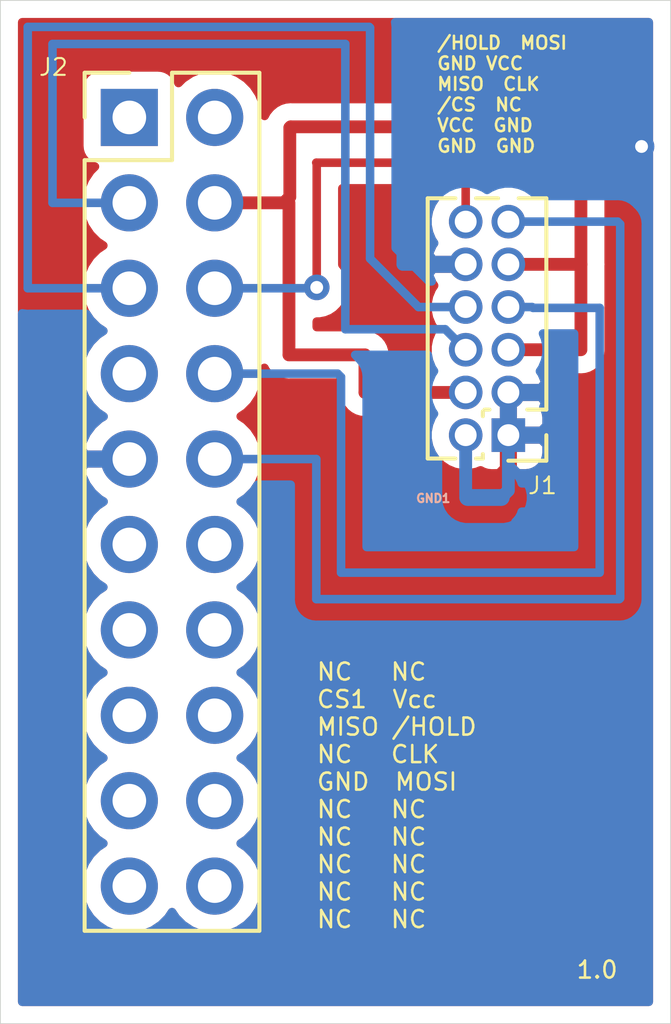
<source format=kicad_pcb>
(kicad_pcb (version 20171130) (host pcbnew 5.1.5+dfsg1-2build2)

  (general
    (thickness 1.6)
    (drawings 7)
    (tracks 59)
    (zones 0)
    (modules 3)
    (nets 22)
  )

  (page A4)
  (title_block
    (title Dediprog_2_UP)
    (date 2020-08-23)
    (rev v01)
    (comment 2 creativecommons.org/licenses/by/4.0)
    (comment 3 "License: CC BY 4.0")
    (comment 4 "Author: David Hendricks")
  )

  (layers
    (0 F.Cu signal hide)
    (31 B.Cu signal hide)
    (32 B.Adhes user)
    (33 F.Adhes user)
    (34 B.Paste user)
    (35 F.Paste user)
    (36 B.SilkS user)
    (37 F.SilkS user)
    (38 B.Mask user)
    (39 F.Mask user)
    (40 Dwgs.User user)
    (41 Cmts.User user)
    (42 Eco1.User user)
    (43 Eco2.User user)
    (44 Edge.Cuts user)
    (45 Margin user)
    (46 B.CrtYd user)
    (47 F.CrtYd user)
    (48 B.Fab user)
    (49 F.Fab user)
  )

  (setup
    (last_trace_width 0.254)
    (user_trace_width 0.1524)
    (user_trace_width 0.381)
    (trace_clearance 0.254)
    (zone_clearance 0.508)
    (zone_45_only no)
    (trace_min 0.1524)
    (via_size 0.762)
    (via_drill 0.381)
    (via_min_size 0.508)
    (via_min_drill 0.254)
    (uvia_size 0.508)
    (uvia_drill 0.254)
    (uvias_allowed no)
    (uvia_min_size 0.508)
    (uvia_min_drill 0.254)
    (edge_width 0.05)
    (segment_width 0.2)
    (pcb_text_width 0.3)
    (pcb_text_size 1.5 1.5)
    (mod_edge_width 0.12)
    (mod_text_size 1 1)
    (mod_text_width 0.15)
    (pad_size 1.524 1.524)
    (pad_drill 0.762)
    (pad_to_mask_clearance 0.0508)
    (solder_mask_min_width 0.1016)
    (aux_axis_origin 0 0)
    (visible_elements FFFFFF7F)
    (pcbplotparams
      (layerselection 0x010fc_ffffffff)
      (usegerberextensions true)
      (usegerberattributes false)
      (usegerberadvancedattributes false)
      (creategerberjobfile false)
      (excludeedgelayer true)
      (linewidth 0.100000)
      (plotframeref false)
      (viasonmask false)
      (mode 1)
      (useauxorigin false)
      (hpglpennumber 1)
      (hpglpenspeed 20)
      (hpglpendiameter 15.000000)
      (psnegative false)
      (psa4output false)
      (plotreference true)
      (plotvalue false)
      (plotinvisibletext false)
      (padsonsilk false)
      (subtractmaskfromsilk false)
      (outputformat 1)
      (mirror false)
      (drillshape 0)
      (scaleselection 1)
      (outputdirectory "/home/sc/src/up_dediprog_adapter/dediprog2up_v2/gerbers/"))
  )

  (net 0 "")
  (net 1 GND)
  (net 2 /CLK)
  (net 3 /MISO)
  (net 4 /MOSI)
  (net 5 "Net-(GND1-Pad1)")
  (net 6 "Net-(J2-Pad1)")
  (net 7 "Net-(J2-Pad2)")
  (net 8 "Net-(J2-Pad11)")
  (net 9 "Net-(J2-Pad12)")
  (net 10 "Net-(J2-Pad13)")
  (net 11 "Net-(J2-Pad14)")
  (net 12 "Net-(J2-Pad15)")
  (net 13 "Net-(J2-Pad16)")
  (net 14 "Net-(J2-Pad17)")
  (net 15 "Net-(J2-Pad18)")
  (net 16 "Net-(J2-Pad19)")
  (net 17 "Net-(J2-Pad20)")
  (net 18 /VCC)
  (net 19 /#HOLD)
  (net 20 "Net-(J2-Pad7)")
  (net 21 /CS#)

  (net_class Default "This is the default net class."
    (clearance 0.254)
    (trace_width 0.254)
    (via_dia 0.762)
    (via_drill 0.381)
    (uvia_dia 0.508)
    (uvia_drill 0.254)
    (add_net /#HOLD)
    (add_net /CLK)
    (add_net /CS#)
    (add_net /MISO)
    (add_net /MOSI)
    (add_net /VCC)
    (add_net GND)
    (add_net "Net-(GND1-Pad1)")
    (add_net "Net-(J2-Pad1)")
    (add_net "Net-(J2-Pad11)")
    (add_net "Net-(J2-Pad12)")
    (add_net "Net-(J2-Pad13)")
    (add_net "Net-(J2-Pad14)")
    (add_net "Net-(J2-Pad15)")
    (add_net "Net-(J2-Pad16)")
    (add_net "Net-(J2-Pad17)")
    (add_net "Net-(J2-Pad18)")
    (add_net "Net-(J2-Pad19)")
    (add_net "Net-(J2-Pad2)")
    (add_net "Net-(J2-Pad20)")
    (add_net "Net-(J2-Pad7)")
  )

  (net_class Narrow ""
    (clearance 0.254)
    (trace_width 0.1524)
    (via_dia 0.762)
    (via_drill 0.381)
    (uvia_dia 0.508)
    (uvia_drill 0.254)
  )

  (module Connector_PinHeader_2.54mm:PinHeader_2x10_P2.54mm_Vertical (layer F.Cu) (tedit 59FED5CC) (tstamp 5F42DEE0)
    (at 134.62 88.5444)
    (descr "Through hole straight pin header, 2x10, 2.54mm pitch, double rows")
    (tags "Through hole pin header THT 2x10 2.54mm double row")
    (path /5F3E2349)
    (fp_text reference J2 (at -2.256801 -1.494801) (layer F.SilkS)
      (effects (font (size 0.5 0.5) (thickness 0.0625)))
    )
    (fp_text value Conn_02x10_Odd_Even (at 1.27 25.19) (layer F.Fab)
      (effects (font (size 0.5 0.5) (thickness 0.05)))
    )
    (fp_line (start 0 -1.27) (end 3.81 -1.27) (layer F.Fab) (width 0.1))
    (fp_line (start 3.81 -1.27) (end 3.81 24.13) (layer F.Fab) (width 0.1))
    (fp_line (start 3.81 24.13) (end -1.27 24.13) (layer F.Fab) (width 0.1))
    (fp_line (start -1.27 24.13) (end -1.27 0) (layer F.Fab) (width 0.1))
    (fp_line (start -1.27 0) (end 0 -1.27) (layer F.Fab) (width 0.1))
    (fp_line (start -1.33 24.19) (end 3.87 24.19) (layer F.SilkS) (width 0.12))
    (fp_line (start -1.33 1.27) (end -1.33 24.19) (layer F.SilkS) (width 0.12))
    (fp_line (start 3.87 -1.33) (end 3.87 24.19) (layer F.SilkS) (width 0.12))
    (fp_line (start -1.33 1.27) (end 1.27 1.27) (layer F.SilkS) (width 0.12))
    (fp_line (start 1.27 1.27) (end 1.27 -1.33) (layer F.SilkS) (width 0.12))
    (fp_line (start 1.27 -1.33) (end 3.87 -1.33) (layer F.SilkS) (width 0.12))
    (fp_line (start -1.33 0) (end -1.33 -1.33) (layer F.SilkS) (width 0.12))
    (fp_line (start -1.33 -1.33) (end 0 -1.33) (layer F.SilkS) (width 0.12))
    (fp_line (start -1.8 -1.8) (end -1.8 24.65) (layer F.CrtYd) (width 0.05))
    (fp_line (start -1.8 24.65) (end 4.35 24.65) (layer F.CrtYd) (width 0.05))
    (fp_line (start 4.35 24.65) (end 4.35 -1.8) (layer F.CrtYd) (width 0.05))
    (fp_line (start 4.35 -1.8) (end -1.8 -1.8) (layer F.CrtYd) (width 0.05))
    (pad 1 thru_hole rect (at 0 0) (size 1.7 1.7) (drill 1) (layers *.Cu *.Mask)
      (net 6 "Net-(J2-Pad1)"))
    (pad 2 thru_hole oval (at 2.54 0) (size 1.7 1.7) (drill 1) (layers *.Cu *.Mask)
      (net 7 "Net-(J2-Pad2)"))
    (pad 3 thru_hole oval (at 0 2.54) (size 1.7 1.7) (drill 1) (layers *.Cu *.Mask)
      (net 21 /CS#))
    (pad 4 thru_hole oval (at 2.54 2.54) (size 1.7 1.7) (drill 1) (layers *.Cu *.Mask)
      (net 18 /VCC))
    (pad 5 thru_hole oval (at 0 5.08) (size 1.7 1.7) (drill 1) (layers *.Cu *.Mask)
      (net 3 /MISO))
    (pad 6 thru_hole oval (at 2.54 5.08) (size 1.7 1.7) (drill 1) (layers *.Cu *.Mask)
      (net 19 /#HOLD))
    (pad 7 thru_hole oval (at 0 7.62) (size 1.7 1.7) (drill 1) (layers *.Cu *.Mask)
      (net 20 "Net-(J2-Pad7)"))
    (pad 8 thru_hole oval (at 2.54 7.62) (size 1.7 1.7) (drill 1) (layers *.Cu *.Mask)
      (net 2 /CLK))
    (pad 9 thru_hole oval (at 0 10.16) (size 1.7 1.7) (drill 1) (layers *.Cu *.Mask)
      (net 1 GND))
    (pad 10 thru_hole oval (at 2.54 10.16) (size 1.7 1.7) (drill 1) (layers *.Cu *.Mask)
      (net 4 /MOSI))
    (pad 11 thru_hole oval (at 0 12.7) (size 1.7 1.7) (drill 1) (layers *.Cu *.Mask)
      (net 8 "Net-(J2-Pad11)"))
    (pad 12 thru_hole oval (at 2.54 12.7) (size 1.7 1.7) (drill 1) (layers *.Cu *.Mask)
      (net 9 "Net-(J2-Pad12)"))
    (pad 13 thru_hole oval (at 0 15.24) (size 1.7 1.7) (drill 1) (layers *.Cu *.Mask)
      (net 10 "Net-(J2-Pad13)"))
    (pad 14 thru_hole oval (at 2.54 15.24) (size 1.7 1.7) (drill 1) (layers *.Cu *.Mask)
      (net 11 "Net-(J2-Pad14)"))
    (pad 15 thru_hole oval (at 0 17.78) (size 1.7 1.7) (drill 1) (layers *.Cu *.Mask)
      (net 12 "Net-(J2-Pad15)"))
    (pad 16 thru_hole oval (at 2.54 17.78) (size 1.7 1.7) (drill 1) (layers *.Cu *.Mask)
      (net 13 "Net-(J2-Pad16)"))
    (pad 17 thru_hole oval (at 0 20.32) (size 1.7 1.7) (drill 1) (layers *.Cu *.Mask)
      (net 14 "Net-(J2-Pad17)"))
    (pad 18 thru_hole oval (at 2.54 20.32) (size 1.7 1.7) (drill 1) (layers *.Cu *.Mask)
      (net 15 "Net-(J2-Pad18)"))
    (pad 19 thru_hole oval (at 0 22.86) (size 1.7 1.7) (drill 1) (layers *.Cu *.Mask)
      (net 16 "Net-(J2-Pad19)"))
    (pad 20 thru_hole oval (at 2.54 22.86) (size 1.7 1.7) (drill 1) (layers *.Cu *.Mask)
      (net 17 "Net-(J2-Pad20)"))
    (model ${KISYS3DMOD}/Connector_PinHeader_2.54mm.3dshapes/PinHeader_2x10_P2.54mm_Vertical.wrl
      (at (xyz 0 0 0))
      (scale (xyz 1 1 1))
      (rotate (xyz 0 0 0))
    )
  )

  (module Connector_PinHeader_1.27mm:PinHeader_2x06_P1.27mm_Vertical (layer F.Cu) (tedit 59FED6E3) (tstamp 5F42DEB6)
    (at 145.8976 97.9932 180)
    (descr "Through hole straight pin header, 2x06, 1.27mm pitch, double rows")
    (tags "Through hole pin header THT 2x06 1.27mm double row")
    (path /5F3E16BB)
    (fp_text reference J1 (at -1.016 -1.4986) (layer F.SilkS)
      (effects (font (size 0.5 0.5) (thickness 0.0625)))
    )
    (fp_text value Conn_02x6_Odd_Even (at 0.635 8.045) (layer F.Fab)
      (effects (font (size 0.25 0.25) (thickness 0.05)))
    )
    (fp_line (start -0.2175 -0.635) (end 2.34 -0.635) (layer F.Fab) (width 0.1))
    (fp_line (start 2.34 -0.635) (end 2.34 6.985) (layer F.Fab) (width 0.1))
    (fp_line (start 2.34 6.985) (end -1.07 6.985) (layer F.Fab) (width 0.1))
    (fp_line (start -1.07 6.985) (end -1.07 0.2175) (layer F.Fab) (width 0.1))
    (fp_line (start -1.07 0.2175) (end -0.2175 -0.635) (layer F.Fab) (width 0.1))
    (fp_line (start -1.13 7.045) (end -0.30753 7.045) (layer F.SilkS) (width 0.12))
    (fp_line (start 1.57753 7.045) (end 2.4 7.045) (layer F.SilkS) (width 0.12))
    (fp_line (start 0.30753 7.045) (end 0.96247 7.045) (layer F.SilkS) (width 0.12))
    (fp_line (start -1.13 0.76) (end -1.13 7.045) (layer F.SilkS) (width 0.12))
    (fp_line (start 2.4 -0.695) (end 2.4 7.045) (layer F.SilkS) (width 0.12))
    (fp_line (start -1.13 0.76) (end -0.563471 0.76) (layer F.SilkS) (width 0.12))
    (fp_line (start 0.563471 0.76) (end 0.706529 0.76) (layer F.SilkS) (width 0.12))
    (fp_line (start 0.76 0.706529) (end 0.76 0.563471) (layer F.SilkS) (width 0.12))
    (fp_line (start 0.76 -0.563471) (end 0.76 -0.695) (layer F.SilkS) (width 0.12))
    (fp_line (start 0.76 -0.695) (end 0.96247 -0.695) (layer F.SilkS) (width 0.12))
    (fp_line (start 1.57753 -0.695) (end 2.4 -0.695) (layer F.SilkS) (width 0.12))
    (fp_line (start -1.13 0) (end -1.13 -0.76) (layer F.SilkS) (width 0.12))
    (fp_line (start -1.13 -0.76) (end 0 -0.76) (layer F.SilkS) (width 0.12))
    (fp_line (start -1.6 -1.15) (end -1.6 7.5) (layer F.CrtYd) (width 0.05))
    (fp_line (start -1.6 7.5) (end 2.85 7.5) (layer F.CrtYd) (width 0.05))
    (fp_line (start 2.85 7.5) (end 2.85 -1.15) (layer F.CrtYd) (width 0.05))
    (fp_line (start 2.85 -1.15) (end -1.6 -1.15) (layer F.CrtYd) (width 0.05))
    (fp_text user %R (at 0.635 3.175 90) (layer F.Fab)
      (effects (font (size 1 1) (thickness 0.15)))
    )
    (pad 1 thru_hole rect (at 0 0 180) (size 1 1) (drill 0.65) (layers *.Cu *.Mask)
      (net 1 GND))
    (pad 2 thru_hole oval (at 1.27 0 180) (size 1 1) (drill 0.65) (layers *.Cu *.Mask)
      (net 5 "Net-(GND1-Pad1)"))
    (pad 3 thru_hole oval (at 0 1.27 180) (size 1 1) (drill 0.65) (layers *.Cu *.Mask)
      (net 1 GND))
    (pad 4 thru_hole oval (at 1.27 1.27 180) (size 1 1) (drill 0.65) (layers *.Cu *.Mask)
      (net 18 /VCC))
    (pad 5 thru_hole oval (at 0 2.54 180) (size 1 1) (drill 0.65) (layers *.Cu *.Mask)
      (net 18 /VCC))
    (pad 6 thru_hole oval (at 1.27 2.54 180) (size 1 1) (drill 0.65) (layers *.Cu *.Mask)
      (net 21 /CS#))
    (pad 7 thru_hole oval (at 0 3.81 180) (size 1 1) (drill 0.65) (layers *.Cu *.Mask)
      (net 2 /CLK))
    (pad 8 thru_hole oval (at 1.27 3.81 180) (size 1 1) (drill 0.65) (layers *.Cu *.Mask)
      (net 3 /MISO))
    (pad 9 thru_hole oval (at 0 5.08 180) (size 1 1) (drill 0.65) (layers *.Cu *.Mask)
      (net 18 /VCC))
    (pad 10 thru_hole oval (at 1.27 5.08 180) (size 1 1) (drill 0.65) (layers *.Cu *.Mask)
      (net 1 GND))
    (pad 11 thru_hole oval (at 0 6.35 180) (size 1 1) (drill 0.65) (layers *.Cu *.Mask)
      (net 4 /MOSI))
    (pad 12 thru_hole oval (at 1.27 6.35 180) (size 1 1) (drill 0.65) (layers *.Cu *.Mask)
      (net 19 /#HOLD))
    (model ${KISYS3DMOD}/Connector_PinHeader_1.27mm.3dshapes/PinHeader_2x06_P1.27mm_Vertical.wrl
      (at (xyz 0 0 0))
      (scale (xyz 1 1 1))
      (rotate (xyz 0 0 0))
    )
  )

  (module NetTie:NetTie-2_SMD_Pad0.5mm (layer B.Cu) (tedit 5A1CF6D3) (tstamp 5F4C7A26)
    (at 145.1864 99.8474)
    (descr "Net tie, 2 pin, 0.5mm square SMD pads")
    (tags "net tie")
    (path /5F50BA9D)
    (attr virtual)
    (fp_text reference GND1 (at -1.524 0.0254) (layer B.SilkS)
      (effects (font (size 0.25 0.25) (thickness 0.0625)))
    )
    (fp_text value Net-Tie_2 (at 0.0254 0.762) (layer B.Fab)
      (effects (font (size 0.25 0.25) (thickness 0.05)) (justify mirror))
    )
    (fp_poly (pts (xy -0.5 0.25) (xy 0.5 0.25) (xy 0.5 -0.25) (xy -0.5 -0.25)) (layer B.Cu) (width 0))
    (fp_line (start 1 0.5) (end -1 0.5) (layer B.CrtYd) (width 0.05))
    (fp_line (start 1 -0.5) (end 1 0.5) (layer B.CrtYd) (width 0.05))
    (fp_line (start -1 -0.5) (end 1 -0.5) (layer B.CrtYd) (width 0.05))
    (fp_line (start -1 0.5) (end -1 -0.5) (layer B.CrtYd) (width 0.05))
    (pad 1 smd circle (at -0.5 0) (size 0.5 0.5) (layers B.Cu)
      (net 5 "Net-(GND1-Pad1)"))
    (pad 2 smd circle (at 0.5 0) (size 0.5 0.5) (layers B.Cu)
      (net 1 GND))
  )

  (gr_text 1.0 (at 148.5392 113.8936) (layer F.SilkS)
    (effects (font (size 0.508 0.508) (thickness 0.0762)))
  )
  (gr_text "NC   NC\nCS1  Vcc\nMISO /HOLD\nNC   CLK\nGND  MOSI\nNC   NC\nNC   NC\nNC   NC\nNC   NC\nNC   NC" (at 140.1572 108.712) (layer F.SilkS)
    (effects (font (size 0.508 0.508) (thickness 0.0762)) (justify left))
  )
  (gr_text "/HOLD  MOSI\nGND VCC\nMISO  CLK\n/CS  NC\nVCC  GND\nGND  GND\n" (at 143.7386 87.8586) (layer F.SilkS)
    (effects (font (size 0.381 0.381) (thickness 0.0762)) (justify left))
  )
  (gr_line (start 130.7846 115.4938) (end 130.7846 85.0646) (layer Edge.Cuts) (width 0.0254))
  (gr_line (start 150.7236 115.4938) (end 130.7846 115.4938) (layer Edge.Cuts) (width 0.0254))
  (gr_line (start 150.7236 85.0646) (end 150.7236 115.4938) (layer Edge.Cuts) (width 0.0254))
  (gr_line (start 130.7846 85.0646) (end 150.7236 85.0646) (layer Edge.Cuts) (width 0.0254))

  (segment (start 145.8976 99.6362) (end 145.6864 99.8474) (width 0.381) (layer B.Cu) (net 1))
  (segment (start 145.8976 97.9932) (end 145.8976 99.6362) (width 0.381) (layer B.Cu) (net 1))
  (segment (start 144.6276 92.9132) (end 142.76071 92.9132) (width 0.381) (layer B.Cu) (net 1))
  (segment (start 142.76071 92.9132) (end 142.76071 89.42069) (width 0.381) (layer B.Cu) (net 1))
  (via (at 149.86 89.408) (size 0.762) (drill 0.381) (layers F.Cu B.Cu) (net 1))
  (segment (start 149.86 97.9424) (end 149.86 89.408) (width 0.381) (layer F.Cu) (net 1))
  (segment (start 149.86 89.408) (end 142.8242 89.408) (width 0.381) (layer B.Cu) (net 1))
  (segment (start 149.8092 97.9932) (end 145.8976 97.9932) (width 0.381) (layer F.Cu) (net 1))
  (segment (start 149.86 97.9424) (end 149.8092 97.9932) (width 0.381) (layer F.Cu) (net 1))
  (segment (start 146.604706 94.1832) (end 146.630106 94.2086) (width 0.254) (layer B.Cu) (net 2))
  (segment (start 145.8976 94.1832) (end 146.604706 94.1832) (width 0.254) (layer B.Cu) (net 2))
  (segment (start 146.630106 94.2086) (end 148.6154 94.2086) (width 0.254) (layer B.Cu) (net 2))
  (segment (start 148.6154 94.2086) (end 148.6154 102.0572) (width 0.254) (layer B.Cu) (net 2))
  (segment (start 148.6154 102.0826) (end 141.6558 102.0826) (width 0.254) (layer B.Cu) (net 2))
  (segment (start 140.9192 102.0826) (end 140.9192 96.266) (width 0.254) (layer B.Cu) (net 2))
  (segment (start 140.8176 96.1644) (end 137.16 96.1644) (width 0.254) (layer B.Cu) (net 2))
  (segment (start 140.9192 96.266) (end 140.8176 96.1644) (width 0.254) (layer B.Cu) (net 2))
  (segment (start 140.9192 102.0826) (end 141.6304 102.0826) (width 0.254) (layer B.Cu) (net 2))
  (segment (start 131.5974 93.6244) (end 134.62 93.6244) (width 0.254) (layer B.Cu) (net 3))
  (segment (start 131.5974 85.852) (end 131.5974 93.6244) (width 0.254) (layer B.Cu) (net 3))
  (segment (start 143.222473 94.1832) (end 141.7828 92.743527) (width 0.254) (layer B.Cu) (net 3))
  (segment (start 144.6276 94.1832) (end 143.222473 94.1832) (width 0.254) (layer B.Cu) (net 3))
  (segment (start 141.7828 92.743527) (end 141.7828 85.8774) (width 0.254) (layer B.Cu) (net 3))
  (segment (start 141.7574 85.852) (end 141.7828 85.8774) (width 0.254) (layer B.Cu) (net 3))
  (segment (start 131.5974 85.852) (end 141.7574 85.852) (width 0.254) (layer B.Cu) (net 3))
  (segment (start 140.1826 98.7044) (end 137.16 98.7044) (width 0.254) (layer B.Cu) (net 4))
  (segment (start 140.1826 102.87) (end 140.1826 98.7044) (width 0.254) (layer B.Cu) (net 4))
  (segment (start 149.1996 102.87) (end 140.8938 102.87) (width 0.254) (layer B.Cu) (net 4))
  (segment (start 149.225 91.7194) (end 149.225 102.8446) (width 0.254) (layer B.Cu) (net 4))
  (segment (start 149.1488 91.6432) (end 149.225 91.7194) (width 0.254) (layer B.Cu) (net 4))
  (segment (start 145.8976 91.6432) (end 149.1488 91.6432) (width 0.254) (layer B.Cu) (net 4))
  (segment (start 140.1826 102.87) (end 140.8938 102.87) (width 0.254) (layer B.Cu) (net 4))
  (segment (start 144.6276 97.9932) (end 144.6276 99.7886) (width 0.381) (layer B.Cu) (net 5))
  (segment (start 145.8976 95.4532) (end 148.0058 95.4532) (width 0.381) (layer F.Cu) (net 18))
  (segment (start 148.0566 92.9132) (end 148.0566 95.4532) (width 0.381) (layer F.Cu) (net 18))
  (segment (start 145.8976 92.9132) (end 148.0566 92.9132) (width 0.381) (layer F.Cu) (net 18))
  (segment (start 141.6304 96.7232) (end 144.6276 96.7232) (width 0.381) (layer F.Cu) (net 18))
  (segment (start 141.6304 95.6056) (end 141.6304 96.7232) (width 0.381) (layer F.Cu) (net 18))
  (segment (start 139.3698 95.6056) (end 141.6304 95.6056) (width 0.381) (layer F.Cu) (net 18))
  (segment (start 139.3698 91.0844) (end 139.3698 95.6056) (width 0.381) (layer F.Cu) (net 18))
  (segment (start 139.4206 88.8238) (end 148.0566 88.8238) (width 0.381) (layer F.Cu) (net 18))
  (segment (start 139.3952 88.8492) (end 139.4206 88.8238) (width 0.381) (layer F.Cu) (net 18))
  (segment (start 139.3952 90.9066) (end 139.3952 88.8492) (width 0.381) (layer F.Cu) (net 18))
  (segment (start 148.0566 88.8238) (end 148.0566 92.9132) (width 0.381) (layer F.Cu) (net 18))
  (segment (start 139.2174 91.0844) (end 139.3952 90.9066) (width 0.381) (layer F.Cu) (net 18))
  (segment (start 137.16 91.0844) (end 139.2174 91.0844) (width 0.381) (layer F.Cu) (net 18))
  (segment (start 144.6276 89.8906) (end 144.6276 91.6432) (width 0.254) (layer F.Cu) (net 19))
  (via (at 140.1953 93.599) (size 0.762) (drill 0.381) (layers F.Cu B.Cu) (net 19))
  (segment (start 140.1699 93.6244) (end 140.1953 93.599) (width 0.254) (layer B.Cu) (net 19))
  (segment (start 137.16 93.6244) (end 140.1699 93.6244) (width 0.254) (layer B.Cu) (net 19))
  (segment (start 144.6276 89.8906) (end 140.1826 89.8906) (width 0.254) (layer F.Cu) (net 19))
  (segment (start 140.1953 89.9033) (end 140.1953 93.599) (width 0.254) (layer F.Cu) (net 19))
  (segment (start 140.1826 89.8906) (end 140.1953 89.9033) (width 0.254) (layer F.Cu) (net 19))
  (segment (start 144.018 94.8436) (end 144.6276 95.4532) (width 0.254) (layer B.Cu) (net 21))
  (segment (start 141.0462 94.8436) (end 144.018 94.8436) (width 0.254) (layer B.Cu) (net 21))
  (segment (start 141.0462 86.36) (end 141.0462 94.8436) (width 0.254) (layer B.Cu) (net 21))
  (segment (start 132.334 86.36) (end 141.0462 86.36) (width 0.254) (layer B.Cu) (net 21))
  (segment (start 132.334 91.0844) (end 132.334 86.36) (width 0.254) (layer B.Cu) (net 21))
  (segment (start 134.62 91.0844) (end 132.334 91.0844) (width 0.254) (layer B.Cu) (net 21))

  (zone (net 1) (net_name GND) (layer F.Cu) (tstamp 5F507339) (hatch edge 0.508)
    (connect_pads (clearance 0.508))
    (min_thickness 0.254)
    (fill yes (arc_segments 32) (thermal_gap 0.508) (thermal_bridge_width 0.508))
    (polygon
      (pts
        (xy 150.8887 115.9637) (xy 130.556 115.824) (xy 130.556 84.836) (xy 150.8633 84.9503)
      )
    )
    (filled_polygon
      (pts
        (xy 150.075901 114.8461) (xy 131.4323 114.8461) (xy 131.4323 87.6944) (xy 133.131928 87.6944) (xy 133.131928 89.3944)
        (xy 133.144188 89.518882) (xy 133.180498 89.63858) (xy 133.239463 89.748894) (xy 133.318815 89.845585) (xy 133.415506 89.924937)
        (xy 133.52582 89.983902) (xy 133.59838 90.005913) (xy 133.466525 90.137768) (xy 133.30401 90.380989) (xy 133.192068 90.651242)
        (xy 133.135 90.93814) (xy 133.135 91.23066) (xy 133.192068 91.517558) (xy 133.30401 91.787811) (xy 133.466525 92.031032)
        (xy 133.673368 92.237875) (xy 133.84776 92.3544) (xy 133.673368 92.470925) (xy 133.466525 92.677768) (xy 133.30401 92.920989)
        (xy 133.192068 93.191242) (xy 133.135 93.47814) (xy 133.135 93.77066) (xy 133.192068 94.057558) (xy 133.30401 94.327811)
        (xy 133.466525 94.571032) (xy 133.673368 94.777875) (xy 133.84776 94.8944) (xy 133.673368 95.010925) (xy 133.466525 95.217768)
        (xy 133.30401 95.460989) (xy 133.192068 95.731242) (xy 133.135 96.01814) (xy 133.135 96.31066) (xy 133.192068 96.597558)
        (xy 133.30401 96.867811) (xy 133.466525 97.111032) (xy 133.673368 97.317875) (xy 133.855534 97.439595) (xy 133.738645 97.509222)
        (xy 133.522412 97.704131) (xy 133.348359 97.93748) (xy 133.223175 98.200301) (xy 133.178524 98.34751) (xy 133.299845 98.5774)
        (xy 134.493 98.5774) (xy 134.493 98.5574) (xy 134.747 98.5574) (xy 134.747 98.5774) (xy 134.767 98.5774)
        (xy 134.767 98.8314) (xy 134.747 98.8314) (xy 134.747 98.8514) (xy 134.493 98.8514) (xy 134.493 98.8314)
        (xy 133.299845 98.8314) (xy 133.178524 99.06129) (xy 133.223175 99.208499) (xy 133.348359 99.47132) (xy 133.522412 99.704669)
        (xy 133.738645 99.899578) (xy 133.855534 99.969205) (xy 133.673368 100.090925) (xy 133.466525 100.297768) (xy 133.30401 100.540989)
        (xy 133.192068 100.811242) (xy 133.135 101.09814) (xy 133.135 101.39066) (xy 133.192068 101.677558) (xy 133.30401 101.947811)
        (xy 133.466525 102.191032) (xy 133.673368 102.397875) (xy 133.84776 102.5144) (xy 133.673368 102.630925) (xy 133.466525 102.837768)
        (xy 133.30401 103.080989) (xy 133.192068 103.351242) (xy 133.135 103.63814) (xy 133.135 103.93066) (xy 133.192068 104.217558)
        (xy 133.30401 104.487811) (xy 133.466525 104.731032) (xy 133.673368 104.937875) (xy 133.84776 105.0544) (xy 133.673368 105.170925)
        (xy 133.466525 105.377768) (xy 133.30401 105.620989) (xy 133.192068 105.891242) (xy 133.135 106.17814) (xy 133.135 106.47066)
        (xy 133.192068 106.757558) (xy 133.30401 107.027811) (xy 133.466525 107.271032) (xy 133.673368 107.477875) (xy 133.84776 107.5944)
        (xy 133.673368 107.710925) (xy 133.466525 107.917768) (xy 133.30401 108.160989) (xy 133.192068 108.431242) (xy 133.135 108.71814)
        (xy 133.135 109.01066) (xy 133.192068 109.297558) (xy 133.30401 109.567811) (xy 133.466525 109.811032) (xy 133.673368 110.017875)
        (xy 133.84776 110.1344) (xy 133.673368 110.250925) (xy 133.466525 110.457768) (xy 133.30401 110.700989) (xy 133.192068 110.971242)
        (xy 133.135 111.25814) (xy 133.135 111.55066) (xy 133.192068 111.837558) (xy 133.30401 112.107811) (xy 133.466525 112.351032)
        (xy 133.673368 112.557875) (xy 133.916589 112.72039) (xy 134.186842 112.832332) (xy 134.47374 112.8894) (xy 134.76626 112.8894)
        (xy 135.053158 112.832332) (xy 135.323411 112.72039) (xy 135.566632 112.557875) (xy 135.773475 112.351032) (xy 135.89 112.17664)
        (xy 136.006525 112.351032) (xy 136.213368 112.557875) (xy 136.456589 112.72039) (xy 136.726842 112.832332) (xy 137.01374 112.8894)
        (xy 137.30626 112.8894) (xy 137.593158 112.832332) (xy 137.863411 112.72039) (xy 138.106632 112.557875) (xy 138.313475 112.351032)
        (xy 138.47599 112.107811) (xy 138.587932 111.837558) (xy 138.645 111.55066) (xy 138.645 111.25814) (xy 138.587932 110.971242)
        (xy 138.47599 110.700989) (xy 138.313475 110.457768) (xy 138.106632 110.250925) (xy 137.93224 110.1344) (xy 138.106632 110.017875)
        (xy 138.313475 109.811032) (xy 138.47599 109.567811) (xy 138.587932 109.297558) (xy 138.645 109.01066) (xy 138.645 108.71814)
        (xy 138.587932 108.431242) (xy 138.47599 108.160989) (xy 138.313475 107.917768) (xy 138.106632 107.710925) (xy 137.93224 107.5944)
        (xy 138.106632 107.477875) (xy 138.313475 107.271032) (xy 138.47599 107.027811) (xy 138.587932 106.757558) (xy 138.645 106.47066)
        (xy 138.645 106.17814) (xy 138.587932 105.891242) (xy 138.47599 105.620989) (xy 138.313475 105.377768) (xy 138.106632 105.170925)
        (xy 137.93224 105.0544) (xy 138.106632 104.937875) (xy 138.313475 104.731032) (xy 138.47599 104.487811) (xy 138.587932 104.217558)
        (xy 138.645 103.93066) (xy 138.645 103.63814) (xy 138.587932 103.351242) (xy 138.47599 103.080989) (xy 138.313475 102.837768)
        (xy 138.106632 102.630925) (xy 137.93224 102.5144) (xy 138.106632 102.397875) (xy 138.313475 102.191032) (xy 138.47599 101.947811)
        (xy 138.587932 101.677558) (xy 138.645 101.39066) (xy 138.645 101.09814) (xy 138.587932 100.811242) (xy 138.47599 100.540989)
        (xy 138.313475 100.297768) (xy 138.106632 100.090925) (xy 137.93224 99.9744) (xy 138.106632 99.857875) (xy 138.313475 99.651032)
        (xy 138.47599 99.407811) (xy 138.587932 99.137558) (xy 138.645 98.85066) (xy 138.645 98.55814) (xy 138.587932 98.271242)
        (xy 138.47599 98.000989) (xy 138.313475 97.757768) (xy 138.106632 97.550925) (xy 137.93224 97.4344) (xy 138.106632 97.317875)
        (xy 138.313475 97.111032) (xy 138.47599 96.867811) (xy 138.587932 96.597558) (xy 138.645 96.31066) (xy 138.645 96.01814)
        (xy 138.639498 95.99048) (xy 138.680101 96.066442) (xy 138.783259 96.192141) (xy 138.908958 96.295299) (xy 139.052366 96.371953)
        (xy 139.207974 96.419156) (xy 139.329247 96.4311) (xy 139.3698 96.435094) (xy 139.410353 96.4311) (xy 140.804901 96.4311)
        (xy 140.804901 96.682638) (xy 140.800906 96.7232) (xy 140.816844 96.885026) (xy 140.864047 97.040634) (xy 140.940701 97.184042)
        (xy 141.043859 97.309741) (xy 141.169558 97.412899) (xy 141.312966 97.489553) (xy 141.468574 97.536756) (xy 141.589847 97.5487)
        (xy 141.6304 97.552694) (xy 141.670953 97.5487) (xy 143.583203 97.5487) (xy 143.536217 97.662133) (xy 143.4926 97.881412)
        (xy 143.4926 98.104988) (xy 143.536217 98.324267) (xy 143.621776 98.530824) (xy 143.745988 98.71672) (xy 143.90408 98.874812)
        (xy 144.089976 98.999024) (xy 144.296533 99.084583) (xy 144.515812 99.1282) (xy 144.739388 99.1282) (xy 144.958667 99.084583)
        (xy 145.070374 99.038312) (xy 145.15342 99.082702) (xy 145.273118 99.119012) (xy 145.3976 99.131272) (xy 145.61185 99.1282)
        (xy 145.7706 98.96945) (xy 145.7706 98.1202) (xy 146.0246 98.1202) (xy 146.0246 98.96945) (xy 146.18335 99.1282)
        (xy 146.3976 99.131272) (xy 146.522082 99.119012) (xy 146.64178 99.082702) (xy 146.752094 99.023737) (xy 146.848785 98.944385)
        (xy 146.928137 98.847694) (xy 146.987102 98.73738) (xy 147.023412 98.617682) (xy 147.035672 98.4932) (xy 147.0326 98.27895)
        (xy 146.87385 98.1202) (xy 146.0246 98.1202) (xy 145.7706 98.1202) (xy 145.759574 98.1202) (xy 145.7626 98.104988)
        (xy 145.7626 97.881412) (xy 145.759574 97.8662) (xy 145.7706 97.8662) (xy 145.7706 96.8502) (xy 146.0246 96.8502)
        (xy 146.0246 97.8662) (xy 146.87385 97.8662) (xy 147.0326 97.70745) (xy 147.035672 97.4932) (xy 147.023412 97.368718)
        (xy 146.987102 97.24902) (xy 146.93953 97.16002) (xy 146.975046 97.080064) (xy 146.991719 97.025074) (xy 146.865554 96.8502)
        (xy 146.0246 96.8502) (xy 145.7706 96.8502) (xy 145.759574 96.8502) (xy 145.7626 96.834988) (xy 145.7626 96.611412)
        (xy 145.759574 96.5962) (xy 145.7706 96.5962) (xy 145.7706 96.585174) (xy 145.785812 96.5882) (xy 146.009388 96.5882)
        (xy 146.0246 96.585174) (xy 146.0246 96.5962) (xy 146.865554 96.5962) (xy 146.991719 96.421326) (xy 146.975046 96.366336)
        (xy 146.936119 96.2787) (xy 148.016047 96.2787) (xy 148.0566 96.282694) (xy 148.218426 96.266756) (xy 148.374034 96.219553)
        (xy 148.517442 96.142899) (xy 148.643141 96.039741) (xy 148.746299 95.914042) (xy 148.822953 95.770634) (xy 148.870156 95.615026)
        (xy 148.8821 95.493753) (xy 148.8821 92.953753) (xy 148.886094 92.9132) (xy 148.8821 92.872647) (xy 148.8821 88.864353)
        (xy 148.886094 88.8238) (xy 148.870156 88.661974) (xy 148.822953 88.506366) (xy 148.746299 88.362958) (xy 148.643141 88.237259)
        (xy 148.517442 88.134101) (xy 148.374034 88.057447) (xy 148.218426 88.010244) (xy 148.097153 87.9983) (xy 148.0566 87.994306)
        (xy 148.016047 87.9983) (xy 139.46115 87.9983) (xy 139.420599 87.994306) (xy 139.380049 87.9983) (xy 139.380047 87.9983)
        (xy 139.258774 88.010244) (xy 139.103166 88.057447) (xy 138.959758 88.134101) (xy 138.834059 88.237259) (xy 138.822608 88.251212)
        (xy 138.80866 88.262659) (xy 138.782809 88.294159) (xy 138.705501 88.388358) (xy 138.645 88.501547) (xy 138.645 88.39814)
        (xy 138.587932 88.111242) (xy 138.47599 87.840989) (xy 138.313475 87.597768) (xy 138.106632 87.390925) (xy 137.863411 87.22841)
        (xy 137.593158 87.116468) (xy 137.30626 87.0594) (xy 137.01374 87.0594) (xy 136.726842 87.116468) (xy 136.456589 87.22841)
        (xy 136.213368 87.390925) (xy 136.081513 87.52278) (xy 136.059502 87.45022) (xy 136.000537 87.339906) (xy 135.921185 87.243215)
        (xy 135.824494 87.163863) (xy 135.71418 87.104898) (xy 135.594482 87.068588) (xy 135.47 87.056328) (xy 133.77 87.056328)
        (xy 133.645518 87.068588) (xy 133.52582 87.104898) (xy 133.415506 87.163863) (xy 133.318815 87.243215) (xy 133.239463 87.339906)
        (xy 133.180498 87.45022) (xy 133.144188 87.569918) (xy 133.131928 87.6944) (xy 131.4323 87.6944) (xy 131.4323 85.7123)
        (xy 150.0759 85.7123)
      )
    )
    (filled_polygon
      (pts
        (xy 143.865601 90.800067) (xy 143.745988 90.91968) (xy 143.621776 91.105576) (xy 143.536217 91.312133) (xy 143.4926 91.531412)
        (xy 143.4926 91.754988) (xy 143.536217 91.974267) (xy 143.621776 92.180824) (xy 143.689953 92.282858) (xy 143.640477 92.352994)
        (xy 143.550154 92.556336) (xy 143.533481 92.611326) (xy 143.659646 92.7862) (xy 144.5006 92.7862) (xy 144.5006 92.775174)
        (xy 144.515812 92.7782) (xy 144.739388 92.7782) (xy 144.7546 92.775174) (xy 144.7546 92.7862) (xy 144.765626 92.7862)
        (xy 144.7626 92.801412) (xy 144.7626 93.024988) (xy 144.765626 93.0402) (xy 144.7546 93.0402) (xy 144.7546 93.051226)
        (xy 144.739388 93.0482) (xy 144.515812 93.0482) (xy 144.5006 93.051226) (xy 144.5006 93.0402) (xy 143.659646 93.0402)
        (xy 143.533481 93.215074) (xy 143.550154 93.270064) (xy 143.640477 93.473406) (xy 143.689953 93.543542) (xy 143.621776 93.645576)
        (xy 143.536217 93.852133) (xy 143.4926 94.071412) (xy 143.4926 94.294988) (xy 143.536217 94.514267) (xy 143.621776 94.720824)
        (xy 143.686841 94.8182) (xy 143.621776 94.915576) (xy 143.536217 95.122133) (xy 143.4926 95.341412) (xy 143.4926 95.564988)
        (xy 143.536217 95.784267) (xy 143.583203 95.8977) (xy 142.4559 95.8977) (xy 142.4559 95.646153) (xy 142.459894 95.6056)
        (xy 142.443956 95.443774) (xy 142.396753 95.288166) (xy 142.320099 95.144758) (xy 142.216941 95.019059) (xy 142.091242 94.915901)
        (xy 141.947834 94.839247) (xy 141.792226 94.792044) (xy 141.670953 94.7801) (xy 141.6304 94.776106) (xy 141.589847 94.7801)
        (xy 140.1953 94.7801) (xy 140.1953 94.615) (xy 140.295367 94.615) (xy 140.491656 94.575956) (xy 140.676556 94.499368)
        (xy 140.842962 94.388179) (xy 140.984479 94.246662) (xy 141.095668 94.080256) (xy 141.172256 93.895356) (xy 141.2113 93.699067)
        (xy 141.2113 93.498933) (xy 141.172256 93.302644) (xy 141.095668 93.117744) (xy 140.984479 92.951338) (xy 140.9573 92.924159)
        (xy 140.9573 90.6526) (xy 143.8656 90.6526)
      )
    )
  )
  (zone (net 1) (net_name GND) (layer B.Cu) (tstamp 5F507336) (hatch edge 0.508)
    (connect_pads (clearance 0.508))
    (min_thickness 0.254)
    (fill yes (arc_segments 32) (thermal_gap 0.508) (thermal_bridge_width 0.508))
    (polygon
      (pts
        (xy 151.13 115.7986) (xy 130.556 115.824) (xy 130.556 84.836) (xy 151.13 84.8106)
      )
    )
    (filled_polygon
      (pts
        (xy 150.075901 114.8461) (xy 131.4323 114.8461) (xy 131.4323 94.370605) (xy 131.448022 94.375374) (xy 131.559974 94.3864)
        (xy 131.559975 94.3864) (xy 131.5974 94.390086) (xy 131.634826 94.3864) (xy 133.343158 94.3864) (xy 133.466525 94.571032)
        (xy 133.673368 94.777875) (xy 133.84776 94.8944) (xy 133.673368 95.010925) (xy 133.466525 95.217768) (xy 133.30401 95.460989)
        (xy 133.192068 95.731242) (xy 133.135 96.01814) (xy 133.135 96.31066) (xy 133.192068 96.597558) (xy 133.30401 96.867811)
        (xy 133.466525 97.111032) (xy 133.673368 97.317875) (xy 133.855534 97.439595) (xy 133.738645 97.509222) (xy 133.522412 97.704131)
        (xy 133.348359 97.93748) (xy 133.223175 98.200301) (xy 133.178524 98.34751) (xy 133.299845 98.5774) (xy 134.493 98.5774)
        (xy 134.493 98.5574) (xy 134.747 98.5574) (xy 134.747 98.5774) (xy 134.767 98.5774) (xy 134.767 98.8314)
        (xy 134.747 98.8314) (xy 134.747 98.8514) (xy 134.493 98.8514) (xy 134.493 98.8314) (xy 133.299845 98.8314)
        (xy 133.178524 99.06129) (xy 133.223175 99.208499) (xy 133.348359 99.47132) (xy 133.522412 99.704669) (xy 133.738645 99.899578)
        (xy 133.855534 99.969205) (xy 133.673368 100.090925) (xy 133.466525 100.297768) (xy 133.30401 100.540989) (xy 133.192068 100.811242)
        (xy 133.135 101.09814) (xy 133.135 101.39066) (xy 133.192068 101.677558) (xy 133.30401 101.947811) (xy 133.466525 102.191032)
        (xy 133.673368 102.397875) (xy 133.84776 102.5144) (xy 133.673368 102.630925) (xy 133.466525 102.837768) (xy 133.30401 103.080989)
        (xy 133.192068 103.351242) (xy 133.135 103.63814) (xy 133.135 103.93066) (xy 133.192068 104.217558) (xy 133.30401 104.487811)
        (xy 133.466525 104.731032) (xy 133.673368 104.937875) (xy 133.84776 105.0544) (xy 133.673368 105.170925) (xy 133.466525 105.377768)
        (xy 133.30401 105.620989) (xy 133.192068 105.891242) (xy 133.135 106.17814) (xy 133.135 106.47066) (xy 133.192068 106.757558)
        (xy 133.30401 107.027811) (xy 133.466525 107.271032) (xy 133.673368 107.477875) (xy 133.84776 107.5944) (xy 133.673368 107.710925)
        (xy 133.466525 107.917768) (xy 133.30401 108.160989) (xy 133.192068 108.431242) (xy 133.135 108.71814) (xy 133.135 109.01066)
        (xy 133.192068 109.297558) (xy 133.30401 109.567811) (xy 133.466525 109.811032) (xy 133.673368 110.017875) (xy 133.84776 110.1344)
        (xy 133.673368 110.250925) (xy 133.466525 110.457768) (xy 133.30401 110.700989) (xy 133.192068 110.971242) (xy 133.135 111.25814)
        (xy 133.135 111.55066) (xy 133.192068 111.837558) (xy 133.30401 112.107811) (xy 133.466525 112.351032) (xy 133.673368 112.557875)
        (xy 133.916589 112.72039) (xy 134.186842 112.832332) (xy 134.47374 112.8894) (xy 134.76626 112.8894) (xy 135.053158 112.832332)
        (xy 135.323411 112.72039) (xy 135.566632 112.557875) (xy 135.773475 112.351032) (xy 135.89 112.17664) (xy 136.006525 112.351032)
        (xy 136.213368 112.557875) (xy 136.456589 112.72039) (xy 136.726842 112.832332) (xy 137.01374 112.8894) (xy 137.30626 112.8894)
        (xy 137.593158 112.832332) (xy 137.863411 112.72039) (xy 138.106632 112.557875) (xy 138.313475 112.351032) (xy 138.47599 112.107811)
        (xy 138.587932 111.837558) (xy 138.645 111.55066) (xy 138.645 111.25814) (xy 138.587932 110.971242) (xy 138.47599 110.700989)
        (xy 138.313475 110.457768) (xy 138.106632 110.250925) (xy 137.93224 110.1344) (xy 138.106632 110.017875) (xy 138.313475 109.811032)
        (xy 138.47599 109.567811) (xy 138.587932 109.297558) (xy 138.645 109.01066) (xy 138.645 108.71814) (xy 138.587932 108.431242)
        (xy 138.47599 108.160989) (xy 138.313475 107.917768) (xy 138.106632 107.710925) (xy 137.93224 107.5944) (xy 138.106632 107.477875)
        (xy 138.313475 107.271032) (xy 138.47599 107.027811) (xy 138.587932 106.757558) (xy 138.645 106.47066) (xy 138.645 106.17814)
        (xy 138.587932 105.891242) (xy 138.47599 105.620989) (xy 138.313475 105.377768) (xy 138.106632 105.170925) (xy 137.93224 105.0544)
        (xy 138.106632 104.937875) (xy 138.313475 104.731032) (xy 138.47599 104.487811) (xy 138.587932 104.217558) (xy 138.645 103.93066)
        (xy 138.645 103.63814) (xy 138.587932 103.351242) (xy 138.47599 103.080989) (xy 138.313475 102.837768) (xy 138.106632 102.630925)
        (xy 137.93224 102.5144) (xy 138.106632 102.397875) (xy 138.313475 102.191032) (xy 138.47599 101.947811) (xy 138.587932 101.677558)
        (xy 138.645 101.39066) (xy 138.645 101.09814) (xy 138.587932 100.811242) (xy 138.47599 100.540989) (xy 138.313475 100.297768)
        (xy 138.106632 100.090925) (xy 137.93224 99.9744) (xy 138.106632 99.857875) (xy 138.313475 99.651032) (xy 138.436842 99.4664)
        (xy 139.420601 99.4664) (xy 139.4206 102.832574) (xy 139.416914 102.87) (xy 139.431626 103.019378) (xy 139.475198 103.163015)
        (xy 139.545955 103.295392) (xy 139.59179 103.351242) (xy 139.641178 103.411422) (xy 139.757208 103.506645) (xy 139.889585 103.577402)
        (xy 140.033222 103.620974) (xy 140.1826 103.635686) (xy 140.220025 103.632) (xy 149.237026 103.632) (xy 149.348978 103.620974)
        (xy 149.492615 103.577402) (xy 149.624992 103.506645) (xy 149.741022 103.411422) (xy 149.752471 103.397471) (xy 149.766422 103.386022)
        (xy 149.861645 103.269992) (xy 149.932402 103.137615) (xy 149.975974 102.993978) (xy 149.987 102.882026) (xy 149.987 91.756822)
        (xy 149.990686 91.719399) (xy 149.983181 91.6432) (xy 149.975974 91.570022) (xy 149.932402 91.426385) (xy 149.861645 91.294008)
        (xy 149.766422 91.177978) (xy 149.737347 91.154117) (xy 149.714084 91.130854) (xy 149.690222 91.101778) (xy 149.574192 91.006555)
        (xy 149.441815 90.935798) (xy 149.298178 90.892226) (xy 149.186226 90.8812) (xy 149.186223 90.8812) (xy 149.1488 90.877514)
        (xy 149.111377 90.8812) (xy 146.740732 90.8812) (xy 146.62112 90.761588) (xy 146.435224 90.637376) (xy 146.228667 90.551817)
        (xy 146.009388 90.5082) (xy 145.785812 90.5082) (xy 145.566533 90.551817) (xy 145.359976 90.637376) (xy 145.2626 90.702441)
        (xy 145.165224 90.637376) (xy 144.958667 90.551817) (xy 144.739388 90.5082) (xy 144.515812 90.5082) (xy 144.296533 90.551817)
        (xy 144.089976 90.637376) (xy 143.90408 90.761588) (xy 143.745988 90.91968) (xy 143.621776 91.105576) (xy 143.536217 91.312133)
        (xy 143.4926 91.531412) (xy 143.4926 91.754988) (xy 143.536217 91.974267) (xy 143.621776 92.180824) (xy 143.689953 92.282858)
        (xy 143.640477 92.352994) (xy 143.550154 92.556336) (xy 143.533481 92.611326) (xy 143.659646 92.7862) (xy 144.5006 92.7862)
        (xy 144.5006 92.775174) (xy 144.515812 92.7782) (xy 144.739388 92.7782) (xy 144.7546 92.775174) (xy 144.7546 92.7862)
        (xy 144.765626 92.7862) (xy 144.7626 92.801412) (xy 144.7626 93.024988) (xy 144.765626 93.0402) (xy 144.7546 93.0402)
        (xy 144.7546 93.051226) (xy 144.739388 93.0482) (xy 144.515812 93.0482) (xy 144.5006 93.051226) (xy 144.5006 93.0402)
        (xy 143.659646 93.0402) (xy 143.533481 93.215074) (xy 143.550154 93.270064) (xy 143.617287 93.4212) (xy 143.538104 93.4212)
        (xy 142.5448 92.427897) (xy 142.5448 85.914822) (xy 142.548486 85.877399) (xy 142.5448 85.839974) (xy 142.533774 85.728022)
        (xy 142.529005 85.7123) (xy 150.0759 85.7123)
      )
    )
    (filled_polygon
      (pts
        (xy 147.853401 101.3206) (xy 141.6812 101.3206) (xy 141.6812 96.303422) (xy 141.684886 96.265999) (xy 141.680246 96.218886)
        (xy 141.670174 96.116622) (xy 141.626602 95.972985) (xy 141.555845 95.840608) (xy 141.460622 95.724578) (xy 141.431546 95.700716)
        (xy 141.382884 95.652054) (xy 141.359022 95.622978) (xy 141.337847 95.6056) (xy 143.500678 95.6056) (xy 143.536217 95.784267)
        (xy 143.621776 95.990824) (xy 143.686841 96.0882) (xy 143.621776 96.185576) (xy 143.536217 96.392133) (xy 143.4926 96.611412)
        (xy 143.4926 96.834988) (xy 143.536217 97.054267) (xy 143.621776 97.260824) (xy 143.686841 97.3582) (xy 143.621776 97.455576)
        (xy 143.536217 97.662133) (xy 143.4926 97.881412) (xy 143.4926 98.104988) (xy 143.536217 98.324267) (xy 143.621776 98.530824)
        (xy 143.745988 98.71672) (xy 143.8021 98.772832) (xy 143.802101 99.756711) (xy 143.8014 99.760235) (xy 143.8014 99.934565)
        (xy 143.83541 100.105545) (xy 143.902123 100.266605) (xy 143.998976 100.411555) (xy 144.122245 100.534824) (xy 144.267195 100.631677)
        (xy 144.428255 100.69839) (xy 144.599235 100.7324) (xy 145.599826 100.7324) (xy 145.600398 100.732513) (xy 145.774728 100.732284)
        (xy 145.945664 100.698049) (xy 146.104574 100.632227) (xy 146.105885 100.571031) (xy 146.130686 100.55109) (xy 146.132117 100.549385)
        (xy 146.133843 100.547977) (xy 146.171939 100.501927) (xy 146.210347 100.456154) (xy 146.21142 100.454202) (xy 146.212839 100.452487)
        (xy 146.241251 100.399939) (xy 146.270051 100.347553) (xy 146.270725 100.345429) (xy 146.271783 100.343472) (xy 146.289434 100.28645)
        (xy 146.294858 100.269353) (xy 146.471227 100.265574) (xy 146.537728 100.104426) (xy 146.571513 99.933402) (xy 146.571284 99.759072)
        (xy 146.537049 99.588136) (xy 146.471227 99.429226) (xy 146.294628 99.425442) (xy 146.292012 99.416779) (xy 146.275162 99.359525)
        (xy 146.274131 99.357553) (xy 146.273487 99.35542) (xy 146.245412 99.302619) (xy 146.217745 99.249697) (xy 146.216351 99.247963)
        (xy 146.215305 99.245996) (xy 146.177517 99.199663) (xy 146.14009 99.153114) (xy 146.138385 99.151683) (xy 146.136977 99.149957)
        (xy 146.105895 99.124244) (xy 146.104574 99.062573) (xy 146.024602 99.029571) (xy 146.024602 98.969452) (xy 146.18335 99.1282)
        (xy 146.3976 99.131272) (xy 146.522082 99.119012) (xy 146.64178 99.082702) (xy 146.752094 99.023737) (xy 146.848785 98.944385)
        (xy 146.928137 98.847694) (xy 146.987102 98.73738) (xy 147.023412 98.617682) (xy 147.035672 98.4932) (xy 147.0326 98.27895)
        (xy 146.87385 98.1202) (xy 146.0246 98.1202) (xy 146.0246 98.1402) (xy 145.7706 98.1402) (xy 145.7706 98.1202)
        (xy 145.759574 98.1202) (xy 145.7626 98.104988) (xy 145.7626 97.881412) (xy 145.759574 97.8662) (xy 145.7706 97.8662)
        (xy 145.7706 96.8502) (xy 146.0246 96.8502) (xy 146.0246 97.8662) (xy 146.87385 97.8662) (xy 147.0326 97.70745)
        (xy 147.035672 97.4932) (xy 147.023412 97.368718) (xy 146.987102 97.24902) (xy 146.93953 97.16002) (xy 146.975046 97.080064)
        (xy 146.991719 97.025074) (xy 146.865554 96.8502) (xy 146.0246 96.8502) (xy 145.7706 96.8502) (xy 145.759574 96.8502)
        (xy 145.7626 96.834988) (xy 145.7626 96.611412) (xy 145.759574 96.5962) (xy 145.7706 96.5962) (xy 145.7706 96.585174)
        (xy 145.785812 96.5882) (xy 146.009388 96.5882) (xy 146.0246 96.585174) (xy 146.0246 96.5962) (xy 146.865554 96.5962)
        (xy 146.991719 96.421326) (xy 146.975046 96.366336) (xy 146.884723 96.162994) (xy 146.835247 96.092858) (xy 146.903424 95.990824)
        (xy 146.988983 95.784267) (xy 147.0326 95.564988) (xy 147.0326 95.341412) (xy 146.988983 95.122133) (xy 146.926216 94.9706)
        (xy 147.8534 94.9706)
      )
    )
  )
)

</source>
